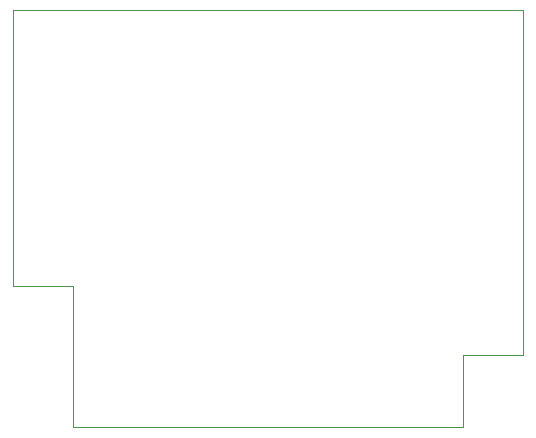
<source format=gbr>
%TF.GenerationSoftware,KiCad,Pcbnew,(6.0.5)*%
%TF.CreationDate,2023-06-09T12:11:34-05:00*%
%TF.ProjectId,pcchips_apic,70636368-6970-4735-9f61-7069632e6b69,rev?*%
%TF.SameCoordinates,Original*%
%TF.FileFunction,Profile,NP*%
%FSLAX46Y46*%
G04 Gerber Fmt 4.6, Leading zero omitted, Abs format (unit mm)*
G04 Created by KiCad (PCBNEW (6.0.5)) date 2023-06-09 12:11:34*
%MOMM*%
%LPD*%
G01*
G04 APERTURE LIST*
%TA.AperFunction,Profile*%
%ADD10C,0.038100*%
%TD*%
G04 APERTURE END LIST*
D10*
X139446000Y-54610000D02*
X96266000Y-54610000D01*
X139446000Y-83820000D02*
X139446000Y-54610000D01*
X134366000Y-89916000D02*
X134366000Y-83820000D01*
X96266000Y-77978000D02*
X96266000Y-54610000D01*
X101346000Y-89916000D02*
X134366000Y-89916000D01*
X101346000Y-77978000D02*
X96266000Y-77978000D01*
X101346000Y-89916000D02*
X101346000Y-77978000D01*
X134366000Y-83820000D02*
X139446000Y-83820000D01*
M02*

</source>
